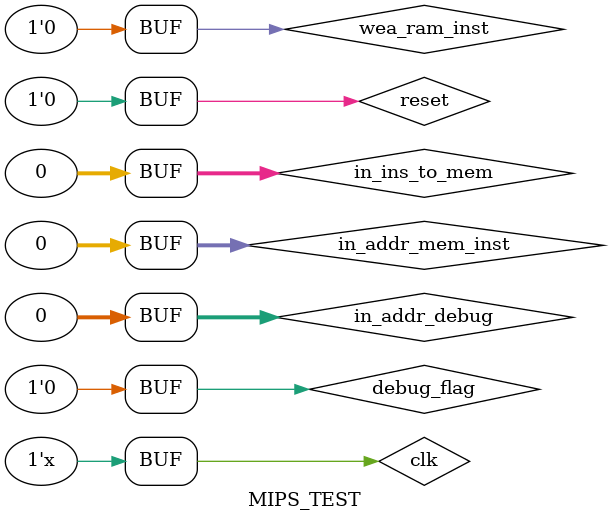
<source format=v>
`timescale 1ns / 1ps


module MIPS_TEST;

	// Inputs
	reg clk;
	reg reset;
	reg debug_flag;
	reg [31:0] in_addr_debug;
	reg [31:0] in_addr_mem_inst;
	reg [31:0] in_ins_to_mem;
	reg wea_ram_inst;

	// Outputs
	wire [31:0] out_reg0_recolector;
	wire [31:0] out_reg1_recolector;
	wire [31:0] out_reg2_recolector;
	wire [31:0] out_reg3_recolector;
	wire [31:0] out_reg4_recolector;
	wire [31:0] out_reg5_recolector;
	wire [31:0] out_reg6_recolector;
	wire [31:0] out_reg7_recolector;
	
	wire [31:0] out_mem_wire;
	wire [31:0] out_pc;
	wire halt_flag;
	wire [31:0] Latches_1_2;
	wire [31:0] Latches_2_3;
	wire [31:0] Latches_3_4;
	wire [31:0] Latches_4_5;

	// Instantiate the Unit Under Test (UUT)
	TOP_MIPS uut (
		.clk(clk), 
		.reset(reset), 
		.debug_flag(debug_flag), 
		.in_addr_debug(in_addr_debug), 
		.in_addr_mem_inst(in_addr_mem_inst), 
		.in_ins_to_mem(in_ins_to_mem), 
		.wea_ram_inst(wea_ram_inst), 
		.out_reg0_recolector(out_reg0_recolector), 
		.out_reg1_recolector(out_reg1_recolector), 
		.out_reg2_recolector(out_reg2_recolector), 
		.out_reg3_recolector(out_reg3_recolector), 
		.out_reg4_recolector(out_reg4_recolector), 
		.out_reg5_recolector(out_reg5_recolector), 
		.out_reg6_recolector(out_reg6_recolector), 
		.out_reg7_recolector(out_reg7_recolector), 
		.out_mem_wire(out_mem_wire), 
		.out_pc(out_pc), 
		.halt_flag(halt_flag), 
		.Latches_1_2(Latches_1_2), 
		.Latches_2_3(Latches_2_3), 
		.Latches_3_4(Latches_3_4), 
		.Latches_4_5(Latches_4_5)
	);

	initial begin
		// Initialize Inputs
		//$monitor($time,out_mem_wire, out_pc);
		clk = 1;
		reset = 1;
		debug_flag = 0;
		in_addr_debug = 0;
		in_addr_mem_inst = 0;
		in_ins_to_mem = 0;
		wea_ram_inst = 0;
		#10 reset = 0;
		#200
		clk = 0;
	end

	always 
	begin
		#200 clk = ~clk;
	end
      
endmodule


</source>
